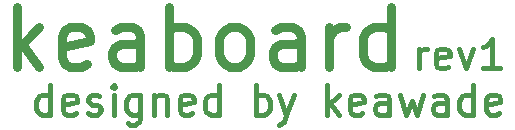
<source format=gbr>
%TF.GenerationSoftware,KiCad,Pcbnew,5.1.6-c6e7f7d~87~ubuntu20.04.1*%
%TF.CreationDate,2020-08-23T18:37:56-05:00*%
%TF.ProjectId,BottomPlate,426f7474-6f6d-4506-9c61-74652e6b6963,rev?*%
%TF.SameCoordinates,Original*%
%TF.FileFunction,Legend,Top*%
%TF.FilePolarity,Positive*%
%FSLAX46Y46*%
G04 Gerber Fmt 4.6, Leading zero omitted, Abs format (unit mm)*
G04 Created by KiCad (PCBNEW 5.1.6-c6e7f7d~87~ubuntu20.04.1) date 2020-08-23 18:37:56*
%MOMM*%
%LPD*%
G01*
G04 APERTURE LIST*
%ADD10C,0.400000*%
%ADD11C,0.750000*%
G04 APERTURE END LIST*
D10*
X173137142Y-55486952D02*
X173137142Y-53820285D01*
X173137142Y-54296476D02*
X173256190Y-54058380D01*
X173375238Y-53939333D01*
X173613333Y-53820285D01*
X173851428Y-53820285D01*
X175637142Y-55367904D02*
X175399047Y-55486952D01*
X174922857Y-55486952D01*
X174684761Y-55367904D01*
X174565714Y-55129809D01*
X174565714Y-54177428D01*
X174684761Y-53939333D01*
X174922857Y-53820285D01*
X175399047Y-53820285D01*
X175637142Y-53939333D01*
X175756190Y-54177428D01*
X175756190Y-54415523D01*
X174565714Y-54653619D01*
X176589523Y-53820285D02*
X177184761Y-55486952D01*
X177780000Y-53820285D01*
X180041904Y-55486952D02*
X178613333Y-55486952D01*
X179327619Y-55486952D02*
X179327619Y-52986952D01*
X179089523Y-53344095D01*
X178851428Y-53582190D01*
X178613333Y-53701238D01*
D11*
X139106666Y-55347904D02*
X139106666Y-50347904D01*
X139582857Y-53443142D02*
X141011428Y-55347904D01*
X141011428Y-52014571D02*
X139106666Y-53919333D01*
X145059047Y-55109809D02*
X144582857Y-55347904D01*
X143630476Y-55347904D01*
X143154285Y-55109809D01*
X142916190Y-54633619D01*
X142916190Y-52728857D01*
X143154285Y-52252666D01*
X143630476Y-52014571D01*
X144582857Y-52014571D01*
X145059047Y-52252666D01*
X145297142Y-52728857D01*
X145297142Y-53205047D01*
X142916190Y-53681238D01*
X149582857Y-55347904D02*
X149582857Y-52728857D01*
X149344761Y-52252666D01*
X148868571Y-52014571D01*
X147916190Y-52014571D01*
X147440000Y-52252666D01*
X149582857Y-55109809D02*
X149106666Y-55347904D01*
X147916190Y-55347904D01*
X147440000Y-55109809D01*
X147201904Y-54633619D01*
X147201904Y-54157428D01*
X147440000Y-53681238D01*
X147916190Y-53443142D01*
X149106666Y-53443142D01*
X149582857Y-53205047D01*
X151963809Y-55347904D02*
X151963809Y-50347904D01*
X151963809Y-52252666D02*
X152440000Y-52014571D01*
X153392380Y-52014571D01*
X153868571Y-52252666D01*
X154106666Y-52490761D01*
X154344761Y-52966952D01*
X154344761Y-54395523D01*
X154106666Y-54871714D01*
X153868571Y-55109809D01*
X153392380Y-55347904D01*
X152440000Y-55347904D01*
X151963809Y-55109809D01*
X157201904Y-55347904D02*
X156725714Y-55109809D01*
X156487619Y-54871714D01*
X156249523Y-54395523D01*
X156249523Y-52966952D01*
X156487619Y-52490761D01*
X156725714Y-52252666D01*
X157201904Y-52014571D01*
X157916190Y-52014571D01*
X158392380Y-52252666D01*
X158630476Y-52490761D01*
X158868571Y-52966952D01*
X158868571Y-54395523D01*
X158630476Y-54871714D01*
X158392380Y-55109809D01*
X157916190Y-55347904D01*
X157201904Y-55347904D01*
X163154285Y-55347904D02*
X163154285Y-52728857D01*
X162916190Y-52252666D01*
X162440000Y-52014571D01*
X161487619Y-52014571D01*
X161011428Y-52252666D01*
X163154285Y-55109809D02*
X162678095Y-55347904D01*
X161487619Y-55347904D01*
X161011428Y-55109809D01*
X160773333Y-54633619D01*
X160773333Y-54157428D01*
X161011428Y-53681238D01*
X161487619Y-53443142D01*
X162678095Y-53443142D01*
X163154285Y-53205047D01*
X165535238Y-55347904D02*
X165535238Y-52014571D01*
X165535238Y-52966952D02*
X165773333Y-52490761D01*
X166011428Y-52252666D01*
X166487619Y-52014571D01*
X166963809Y-52014571D01*
X170773333Y-55347904D02*
X170773333Y-50347904D01*
X170773333Y-55109809D02*
X170297142Y-55347904D01*
X169344761Y-55347904D01*
X168868571Y-55109809D01*
X168630476Y-54871714D01*
X168392380Y-54395523D01*
X168392380Y-52966952D01*
X168630476Y-52490761D01*
X168868571Y-52252666D01*
X169344761Y-52014571D01*
X170297142Y-52014571D01*
X170773333Y-52252666D01*
D10*
X141948619Y-59423952D02*
X141948619Y-56923952D01*
X141948619Y-59304904D02*
X141710523Y-59423952D01*
X141234333Y-59423952D01*
X140996238Y-59304904D01*
X140877190Y-59185857D01*
X140758142Y-58947761D01*
X140758142Y-58233476D01*
X140877190Y-57995380D01*
X140996238Y-57876333D01*
X141234333Y-57757285D01*
X141710523Y-57757285D01*
X141948619Y-57876333D01*
X144091476Y-59304904D02*
X143853380Y-59423952D01*
X143377190Y-59423952D01*
X143139095Y-59304904D01*
X143020047Y-59066809D01*
X143020047Y-58114428D01*
X143139095Y-57876333D01*
X143377190Y-57757285D01*
X143853380Y-57757285D01*
X144091476Y-57876333D01*
X144210523Y-58114428D01*
X144210523Y-58352523D01*
X143020047Y-58590619D01*
X145162904Y-59304904D02*
X145401000Y-59423952D01*
X145877190Y-59423952D01*
X146115285Y-59304904D01*
X146234333Y-59066809D01*
X146234333Y-58947761D01*
X146115285Y-58709666D01*
X145877190Y-58590619D01*
X145520047Y-58590619D01*
X145281952Y-58471571D01*
X145162904Y-58233476D01*
X145162904Y-58114428D01*
X145281952Y-57876333D01*
X145520047Y-57757285D01*
X145877190Y-57757285D01*
X146115285Y-57876333D01*
X147305761Y-59423952D02*
X147305761Y-57757285D01*
X147305761Y-56923952D02*
X147186714Y-57043000D01*
X147305761Y-57162047D01*
X147424809Y-57043000D01*
X147305761Y-56923952D01*
X147305761Y-57162047D01*
X149567666Y-57757285D02*
X149567666Y-59781095D01*
X149448619Y-60019190D01*
X149329571Y-60138238D01*
X149091476Y-60257285D01*
X148734333Y-60257285D01*
X148496238Y-60138238D01*
X149567666Y-59304904D02*
X149329571Y-59423952D01*
X148853380Y-59423952D01*
X148615285Y-59304904D01*
X148496238Y-59185857D01*
X148377190Y-58947761D01*
X148377190Y-58233476D01*
X148496238Y-57995380D01*
X148615285Y-57876333D01*
X148853380Y-57757285D01*
X149329571Y-57757285D01*
X149567666Y-57876333D01*
X150758142Y-57757285D02*
X150758142Y-59423952D01*
X150758142Y-57995380D02*
X150877190Y-57876333D01*
X151115285Y-57757285D01*
X151472428Y-57757285D01*
X151710523Y-57876333D01*
X151829571Y-58114428D01*
X151829571Y-59423952D01*
X153972428Y-59304904D02*
X153734333Y-59423952D01*
X153258142Y-59423952D01*
X153020047Y-59304904D01*
X152901000Y-59066809D01*
X152901000Y-58114428D01*
X153020047Y-57876333D01*
X153258142Y-57757285D01*
X153734333Y-57757285D01*
X153972428Y-57876333D01*
X154091476Y-58114428D01*
X154091476Y-58352523D01*
X152901000Y-58590619D01*
X156234333Y-59423952D02*
X156234333Y-56923952D01*
X156234333Y-59304904D02*
X155996238Y-59423952D01*
X155520047Y-59423952D01*
X155281952Y-59304904D01*
X155162904Y-59185857D01*
X155043857Y-58947761D01*
X155043857Y-58233476D01*
X155162904Y-57995380D01*
X155281952Y-57876333D01*
X155520047Y-57757285D01*
X155996238Y-57757285D01*
X156234333Y-57876333D01*
X159329571Y-59423952D02*
X159329571Y-56923952D01*
X159329571Y-57876333D02*
X159567666Y-57757285D01*
X160043857Y-57757285D01*
X160281952Y-57876333D01*
X160401000Y-57995380D01*
X160520047Y-58233476D01*
X160520047Y-58947761D01*
X160401000Y-59185857D01*
X160281952Y-59304904D01*
X160043857Y-59423952D01*
X159567666Y-59423952D01*
X159329571Y-59304904D01*
X161353380Y-57757285D02*
X161948619Y-59423952D01*
X162543857Y-57757285D02*
X161948619Y-59423952D01*
X161710523Y-60019190D01*
X161591476Y-60138238D01*
X161353380Y-60257285D01*
X165401000Y-59423952D02*
X165401000Y-56923952D01*
X165639095Y-58471571D02*
X166353380Y-59423952D01*
X166353380Y-57757285D02*
X165401000Y-58709666D01*
X168377190Y-59304904D02*
X168139095Y-59423952D01*
X167662904Y-59423952D01*
X167424809Y-59304904D01*
X167305761Y-59066809D01*
X167305761Y-58114428D01*
X167424809Y-57876333D01*
X167662904Y-57757285D01*
X168139095Y-57757285D01*
X168377190Y-57876333D01*
X168496238Y-58114428D01*
X168496238Y-58352523D01*
X167305761Y-58590619D01*
X170639095Y-59423952D02*
X170639095Y-58114428D01*
X170520047Y-57876333D01*
X170281952Y-57757285D01*
X169805761Y-57757285D01*
X169567666Y-57876333D01*
X170639095Y-59304904D02*
X170401000Y-59423952D01*
X169805761Y-59423952D01*
X169567666Y-59304904D01*
X169448619Y-59066809D01*
X169448619Y-58828714D01*
X169567666Y-58590619D01*
X169805761Y-58471571D01*
X170401000Y-58471571D01*
X170639095Y-58352523D01*
X171591476Y-57757285D02*
X172067666Y-59423952D01*
X172543857Y-58233476D01*
X173020047Y-59423952D01*
X173496238Y-57757285D01*
X175520047Y-59423952D02*
X175520047Y-58114428D01*
X175401000Y-57876333D01*
X175162904Y-57757285D01*
X174686714Y-57757285D01*
X174448619Y-57876333D01*
X175520047Y-59304904D02*
X175281952Y-59423952D01*
X174686714Y-59423952D01*
X174448619Y-59304904D01*
X174329571Y-59066809D01*
X174329571Y-58828714D01*
X174448619Y-58590619D01*
X174686714Y-58471571D01*
X175281952Y-58471571D01*
X175520047Y-58352523D01*
X177781952Y-59423952D02*
X177781952Y-56923952D01*
X177781952Y-59304904D02*
X177543857Y-59423952D01*
X177067666Y-59423952D01*
X176829571Y-59304904D01*
X176710523Y-59185857D01*
X176591476Y-58947761D01*
X176591476Y-58233476D01*
X176710523Y-57995380D01*
X176829571Y-57876333D01*
X177067666Y-57757285D01*
X177543857Y-57757285D01*
X177781952Y-57876333D01*
X179924809Y-59304904D02*
X179686714Y-59423952D01*
X179210523Y-59423952D01*
X178972428Y-59304904D01*
X178853380Y-59066809D01*
X178853380Y-58114428D01*
X178972428Y-57876333D01*
X179210523Y-57757285D01*
X179686714Y-57757285D01*
X179924809Y-57876333D01*
X180043857Y-58114428D01*
X180043857Y-58352523D01*
X178853380Y-58590619D01*
M02*

</source>
